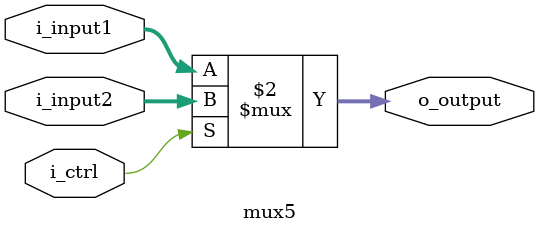
<source format=v>
`timescale 1ns / 1ps


module mux32 (
    input wire [31:0] i_input1,
    input wire [31:0] i_input2,
    input wire i_ctrl,
    output wire [31:0] o_output
);
  assign o_output = (i_ctrl == 0) ? i_input1 : i_input2;
endmodule

module mux5 (
  input wire [4:0] i_input1,
  input wire [4:0] i_input2,
  input wire i_ctrl,
  output wire [4:0] o_output
);
  assign o_output = (i_ctrl == 0) ? i_input1 : i_input2;
endmodule

</source>
